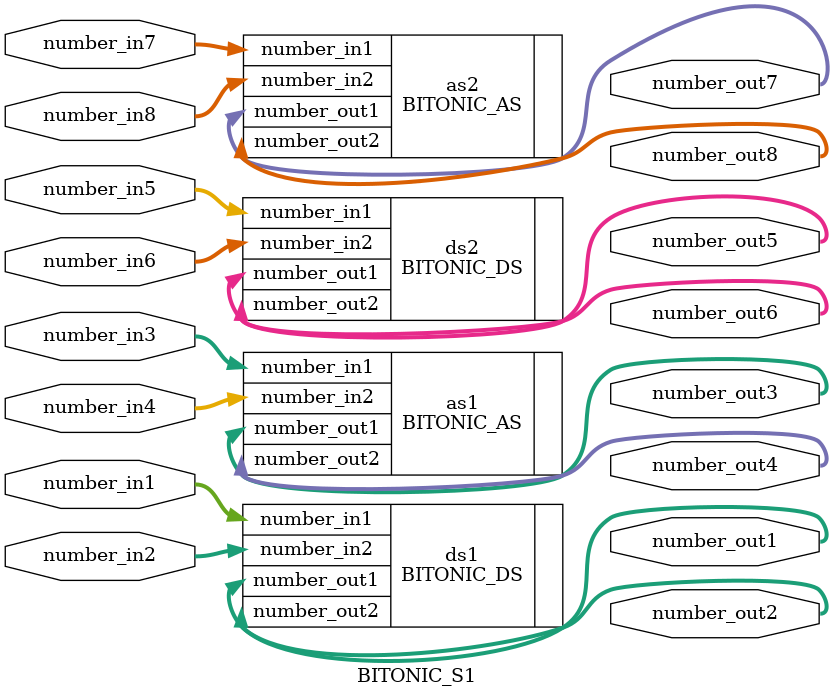
<source format=v>
`include"BITONIC_AS.v"
`include"BITONIC_DS.v"

module BITONIC_S1(  number_in1, number_in2, number_in3, number_in4,
                    number_in5, number_in6, number_in7, number_in8,
                    number_out1, number_out2, number_out3, number_out4,
                    number_out5, number_out6, number_out7, number_out8);

input  [7:0] number_in1;
input  [7:0] number_in2;
input  [7:0] number_in3;
input  [7:0] number_in4;
input  [7:0] number_in5;
input  [7:0] number_in6;
input  [7:0] number_in7;
input  [7:0] number_in8;

output  [7:0] number_out1;
output  [7:0] number_out2;
output  [7:0] number_out3;
output  [7:0] number_out4;
output  [7:0] number_out5;
output  [7:0] number_out6;
output  [7:0] number_out7;
output  [7:0] number_out8;

BITONIC_DS ds1(
    .number_in1     (number_in1),
    .number_in2     (number_in2),
    .number_out1    (number_out1),
    .number_out2    (number_out2)
);

BITONIC_DS ds2(
    .number_in1     (number_in5),
    .number_in2     (number_in6),
    .number_out1    (number_out5),
    .number_out2    (number_out6)
);

BITONIC_AS as1(
    .number_in1     (number_in3),
    .number_in2     (number_in4),
    .number_out1    (number_out3),
    .number_out2    (number_out4)
);

BITONIC_AS as2(
    .number_in1     (number_in7),
    .number_in2     (number_in8),
    .number_out1    (number_out7),
    .number_out2    (number_out8)
);

endmodule
</source>
